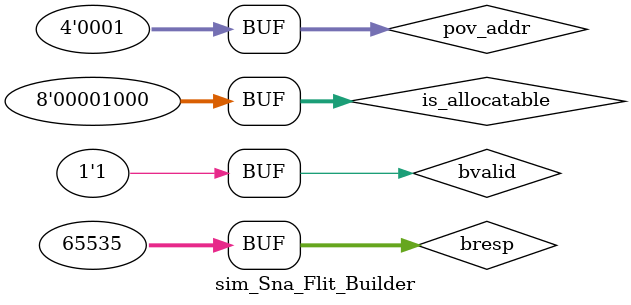
<source format=v>
`timescale 1ns / 1ps


module sim_Sna_Flit_Builder();
    reg [31:0] rdata;
    reg [0:0] rvalid;
    reg [31:0] bresp;
    reg [0:0] bvalid;
    reg [7:0] is_allocatable;
    reg [3:0] pov_addr;
    wire [36:0] header;
    wire [36:0] tail;
    
SNA_flit_builder sub_Sna_Flit_Builder(rdata,rvalid,bresp, bvalid, is_allocatable, pov_addr, header, tail);

initial 
    begin
    #20 pov_addr = 4'b0001;
        bresp[31:0] = 32'b00000000000000001111111111111111;
    #20 bvalid = 1;
        is_allocatable = 8'b00001000;
    end
endmodule

</source>
